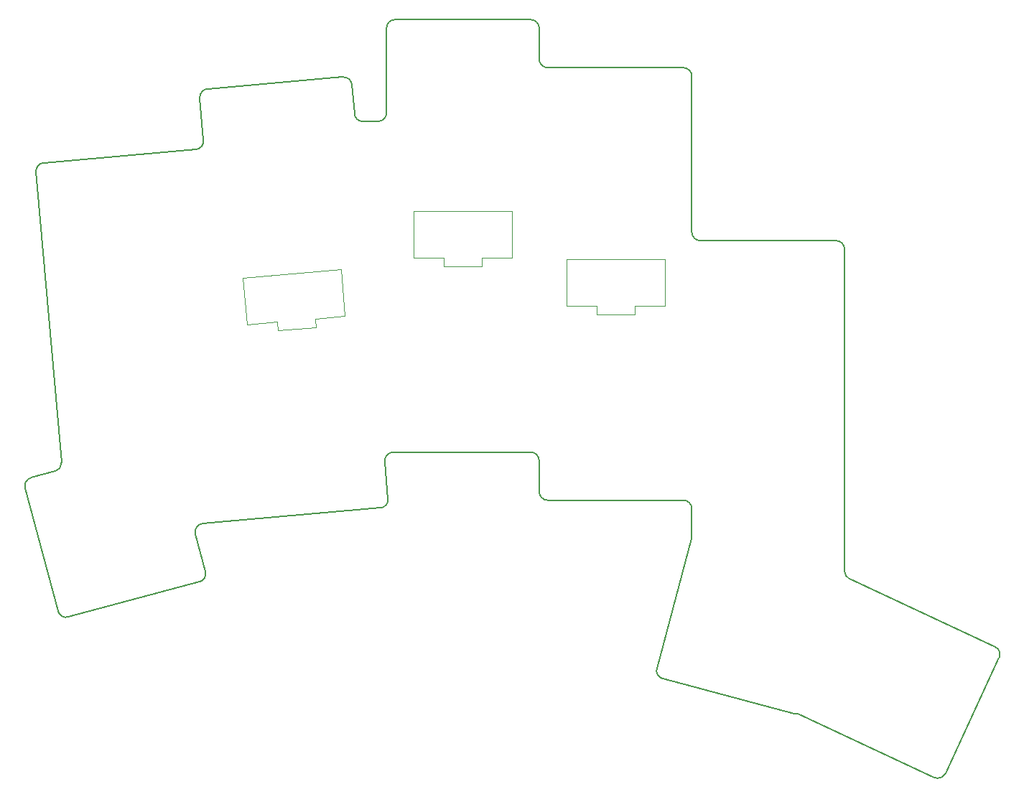
<source format=gbr>
%TF.GenerationSoftware,KiCad,Pcbnew,(5.1.9)-1*%
%TF.CreationDate,2021-06-29T12:17:40+02:00*%
%TF.ProjectId,metasepia_pfefferi,6d657461-7365-4706-9961-5f7066656666,VERSION_HERE*%
%TF.SameCoordinates,Original*%
%TF.FileFunction,Profile,NP*%
%FSLAX46Y46*%
G04 Gerber Fmt 4.6, Leading zero omitted, Abs format (unit mm)*
G04 Created by KiCad (PCBNEW (5.1.9)-1) date 2021-06-29 12:17:40*
%MOMM*%
%LPD*%
G01*
G04 APERTURE LIST*
%TA.AperFunction,Profile*%
%ADD10C,0.150000*%
%TD*%
%TA.AperFunction,Profile*%
%ADD11C,0.120000*%
%TD*%
G04 APERTURE END LIST*
D10*
X2962616Y5614183D02*
X18417429Y9755287D01*
X19124534Y10980032D02*
G75*
G02*
X18417429Y9755287I-965925J-258820D01*
G01*
X19124536Y10980031D02*
X17941787Y15394107D01*
X1407393Y22797156D02*
X-1437307Y22034922D01*
X-2144414Y20810178D02*
G75*
G02*
X-1437307Y22034921I965925J258818D01*
G01*
X-2144414Y20810177D02*
X1737871Y6321289D01*
X2962616Y5614184D02*
G75*
G02*
X1737871Y6321289I-258820J965925D01*
G01*
X18820559Y16649121D02*
X39755874Y18480724D01*
X40664911Y19564075D02*
G75*
G02*
X39755874Y18480724I-996194J-87157D01*
G01*
X40664912Y19564073D02*
X40279877Y23965039D01*
X-851027Y58092333D02*
X2144767Y23850238D01*
X58011Y59175683D02*
X17989516Y60744487D01*
X36692843Y64965037D02*
X36394281Y68377613D01*
X35310932Y69286654D02*
G75*
G02*
X36394281Y68377613I87154J-996195D01*
G01*
X35310930Y69286653D02*
X19371816Y67892162D01*
X18462775Y66808811D02*
G75*
G02*
X19371816Y67892162I996196J87155D01*
G01*
X18462777Y66808811D02*
X18898556Y61827837D01*
X41276073Y25052195D02*
X57479308Y25052194D01*
X37689038Y64052195D02*
X39479308Y64052195D01*
X58479309Y71385528D02*
X58479309Y75052195D01*
X57479309Y76052195D02*
G75*
G02*
X58479309Y75052195I0J-1000000D01*
G01*
X57479309Y76052195D02*
X41479309Y76052194D01*
X40479310Y75052195D02*
G75*
G02*
X41479309Y76052194I999999J0D01*
G01*
X40479308Y75052194D02*
X40479308Y65052194D01*
X59479308Y19385527D02*
X75479309Y19385527D01*
X58479308Y24052193D02*
X58479308Y20385528D01*
X59479307Y19385527D02*
G75*
G02*
X58479308Y20385528I1J1000000D01*
G01*
X77479308Y49985528D02*
X93479309Y49985529D01*
X76479308Y50985527D02*
X76479308Y69385528D01*
X75479307Y70385527D02*
G75*
G02*
X76479308Y69385528I1J-1000000D01*
G01*
X59479309Y70385527D02*
X75479308Y70385527D01*
X94479308Y11022417D02*
X94479308Y48985528D01*
X93479309Y49985527D02*
G75*
G02*
X94479308Y48985528I0J-999999D01*
G01*
X76479308Y15132179D02*
X76479309Y18385527D01*
X73051940Y-1654289D02*
X88506754Y-5795393D01*
X88977806Y-5806686D02*
G75*
G02*
X88506754Y-5795393I-212234J977218D01*
G01*
X72344834Y-429544D02*
X76445234Y14873361D01*
X73051939Y-1654289D02*
G75*
G02*
X72344834Y-429544I258820J965925D01*
G01*
X88977806Y-5806687D02*
X105043711Y-13298342D01*
X106372637Y-12814652D02*
G75*
G02*
X105043711Y-13298342I-906308J422618D01*
G01*
X106372638Y-12814651D02*
X112711910Y779964D01*
X112228223Y2108889D02*
G75*
G02*
X112711910Y779964I-422619J-906306D01*
G01*
X95056690Y10116107D02*
X112228221Y2108891D01*
X17941786Y15394107D02*
G75*
G02*
X18820559Y16649121I965927J258818D01*
G01*
X40279878Y23965039D02*
G75*
G02*
X41276073Y25052195I996195J87156D01*
G01*
X57479309Y25052194D02*
G75*
G02*
X58479308Y24052193I-1J-1000000D01*
G01*
X75479310Y19385528D02*
G75*
G02*
X76479309Y18385527I-1J-1000000D01*
G01*
X76479308Y15132180D02*
G75*
G02*
X76445234Y14873361I-1000000J0D01*
G01*
X95056689Y10116108D02*
G75*
G02*
X94479308Y11022417I422620J906308D01*
G01*
X77479309Y49985528D02*
G75*
G02*
X76479308Y50985527I-1J1000000D01*
G01*
X59479308Y70385527D02*
G75*
G02*
X58479309Y71385528I1J1000000D01*
G01*
X40479310Y65052195D02*
G75*
G02*
X39479308Y64052195I-1000001J1D01*
G01*
X37689040Y64052195D02*
G75*
G02*
X36692843Y64965037I-2J1000000D01*
G01*
X18898557Y61827836D02*
G75*
G02*
X17989516Y60744487I-996195J-87154D01*
G01*
X-851025Y58092331D02*
G75*
G02*
X58011Y59175683I996194J87158D01*
G01*
X2144767Y23850238D02*
G75*
G02*
X1407393Y22797156I-996194J-87157D01*
G01*
D11*
%TO.C,S3*%
X23528806Y45619714D02*
X35084665Y46630721D01*
X35084665Y46630721D02*
X35568379Y41101840D01*
X24012521Y40090833D02*
X23528806Y45619714D01*
X27549012Y40400236D02*
X27636168Y39404042D01*
X27636168Y39404042D02*
X32119044Y39796243D01*
X32119044Y39796243D02*
X32031888Y40792437D01*
X27549012Y40400236D02*
X24012521Y40090833D01*
X32031888Y40792437D02*
X35568379Y41101840D01*
%TO.C,S6*%
X43679308Y53502194D02*
X55279308Y53502194D01*
X55279308Y53502194D02*
X55279308Y47952194D01*
X43679308Y47952194D02*
X43679308Y53502194D01*
X47229308Y47952194D02*
X47229308Y46952194D01*
X47229308Y46952194D02*
X51729308Y46952194D01*
X51729308Y46952194D02*
X51729308Y47952194D01*
X47229308Y47952194D02*
X43679308Y47952194D01*
X51729308Y47952194D02*
X55279308Y47952194D01*
%TO.C,S9*%
X61679308Y47835529D02*
X73279308Y47835529D01*
X73279308Y47835529D02*
X73279308Y42285529D01*
X61679308Y42285529D02*
X61679308Y47835529D01*
X65229308Y42285529D02*
X65229308Y41285529D01*
X65229308Y41285529D02*
X69729308Y41285529D01*
X69729308Y41285529D02*
X69729308Y42285529D01*
X65229308Y42285529D02*
X61679308Y42285529D01*
X69729308Y42285529D02*
X73279308Y42285529D01*
%TD*%
M02*

</source>
